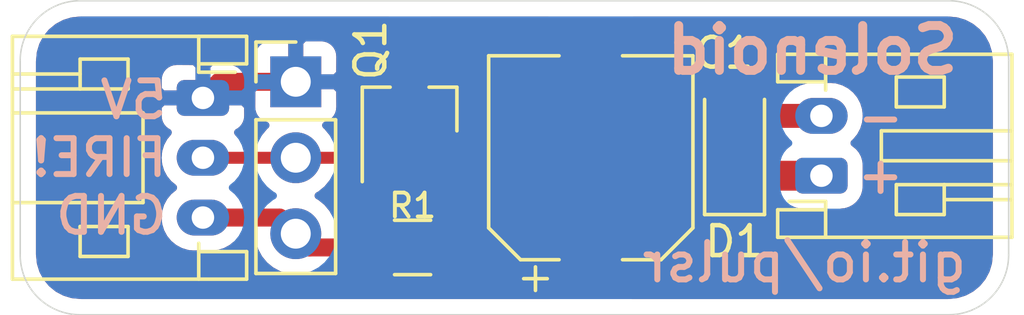
<source format=kicad_pcb>
(kicad_pcb (version 20171130) (host pcbnew "(5.1.2)-2")

  (general
    (thickness 1.6)
    (drawings 12)
    (tracks 26)
    (zones 0)
    (modules 8)
    (nets 6)
  )

  (page A4)
  (layers
    (0 F.Cu signal)
    (31 B.Cu signal)
    (32 B.Adhes user)
    (33 F.Adhes user)
    (34 B.Paste user)
    (35 F.Paste user)
    (36 B.SilkS user)
    (37 F.SilkS user)
    (38 B.Mask user)
    (39 F.Mask user)
    (40 Dwgs.User user)
    (41 Cmts.User user)
    (42 Eco1.User user)
    (43 Eco2.User user)
    (44 Edge.Cuts user)
    (45 Margin user)
    (46 B.CrtYd user hide)
    (47 F.CrtYd user hide)
    (48 B.Fab user hide)
    (49 F.Fab user hide)
  )

  (setup
    (last_trace_width 1)
    (user_trace_width 0.4)
    (user_trace_width 0.6)
    (user_trace_width 0.8)
    (user_trace_width 1)
    (user_trace_width 1.2)
    (trace_clearance 0.2)
    (zone_clearance 0.5)
    (zone_45_only no)
    (trace_min 0.2)
    (via_size 0.8)
    (via_drill 0.4)
    (via_min_size 0.4)
    (via_min_drill 0.3)
    (uvia_size 0.3)
    (uvia_drill 0.1)
    (uvias_allowed no)
    (uvia_min_size 0.2)
    (uvia_min_drill 0.1)
    (edge_width 0.05)
    (segment_width 0.2)
    (pcb_text_width 0.3)
    (pcb_text_size 1.5 1.5)
    (mod_edge_width 0.12)
    (mod_text_size 1 1)
    (mod_text_width 0.15)
    (pad_size 1.524 1.524)
    (pad_drill 0.762)
    (pad_to_mask_clearance 0.051)
    (solder_mask_min_width 0.25)
    (aux_axis_origin 0 0)
    (visible_elements FFFFFF7F)
    (pcbplotparams
      (layerselection 0x010fc_ffffffff)
      (usegerberextensions false)
      (usegerberattributes false)
      (usegerberadvancedattributes false)
      (creategerberjobfile false)
      (excludeedgelayer true)
      (linewidth 0.100000)
      (plotframeref false)
      (viasonmask false)
      (mode 1)
      (useauxorigin false)
      (hpglpennumber 1)
      (hpglpenspeed 20)
      (hpglpendiameter 15.000000)
      (psnegative false)
      (psa4output false)
      (plotreference true)
      (plotvalue true)
      (plotinvisibletext false)
      (padsonsilk false)
      (subtractmaskfromsilk false)
      (outputformat 1)
      (mirror false)
      (drillshape 0)
      (scaleselection 1)
      (outputdirectory "gerbers/"))
  )

  (net 0 "")
  (net 1 "Net-(C1-Pad1)")
  (net 2 GND)
  (net 3 "Net-(D1-Pad2)")
  (net 4 /FIRE!)
  (net 5 +5V)

  (net_class Default "This is the default net class."
    (clearance 0.2)
    (trace_width 0.2)
    (via_dia 0.8)
    (via_drill 0.4)
    (uvia_dia 0.3)
    (uvia_drill 0.1)
    (add_net +5V)
    (add_net /FIRE!)
    (add_net GND)
    (add_net "Net-(C1-Pad1)")
    (add_net "Net-(D1-Pad2)")
  )

  (module graphics:kiwi10mm (layer B.Cu) (tedit 5D64916E) (tstamp 5D76F32D)
    (at 113.55 107 180)
    (descr "Imported from kiwi.svg")
    (tags svg2mod)
    (attr smd)
    (fp_text reference G*** (at 0 0) (layer B.SilkS) hide
      (effects (font (size 1.524 1.524) (thickness 0.3)) (justify mirror))
    )
    (fp_text value LOGO (at 0.75 0) (layer B.SilkS) hide
      (effects (font (size 1.524 1.524) (thickness 0.3)) (justify mirror))
    )
    (fp_poly (pts (xy -3.056169 0.666784) (xy -3.400166 0.943398) (xy -3.24052 0.850114) (xy -3.06164 0.815702)
      (xy -3.056169 0.815702) (xy -2.867142 0.851166) (xy -2.702252 0.949968) (xy -2.571436 1.100728)
      (xy -2.484632 1.292061) (xy -2.451779 1.512586) (xy -2.480272 1.734871) (xy -2.56389 1.928751)
      (xy -2.69276 2.082443) (xy -2.857009 2.184163) (xy -3.046764 2.222125) (xy -3.052062 2.222125)
      (xy -3.230093 2.190241) (xy -3.390076 2.100157) (xy -3.521335 1.960224) (xy -3.613194 1.778792)
      (xy -3.683633 1.728698) (xy -3.754591 1.78033) (xy -3.843432 1.964808) (xy -3.973032 2.107979)
      (xy -4.132671 2.201108) (xy -4.311624 2.23546) (xy -4.317095 2.23546) (xy -4.506121 2.199996)
      (xy -4.671011 2.101193) (xy -4.801828 1.950433) (xy -4.888631 1.7591) (xy -4.921485 1.538575)
      (xy -4.892991 1.316307) (xy -4.809373 1.12246) (xy -4.680503 0.968793) (xy -4.516255 0.867065)
      (xy -4.3265 0.829037) (xy -4.321371 0.829037) (xy -4.143313 0.860979) (xy -3.983272 0.951218)
      (xy -3.851954 1.09137) (xy -3.760066 1.273054) (xy -3.689623 1.323152) (xy -3.688939 1.323152)
      (xy -3.618669 1.271515) (xy -3.529806 1.086787) (xy -3.400166 0.943398) (xy -3.056169 0.666784)
      (xy -3.063351 0.666957) (xy -3.251372 0.696515) (xy -3.423846 0.776998) (xy -3.57311 0.902265)
      (xy -3.691504 1.066178) (xy -3.81209 0.90603) (xy -3.962345 0.784415) (xy -4.134688 0.707168)
      (xy -4.321537 0.680122) (xy -4.328035 0.680292) (xy -4.527199 0.712923) (xy -4.705676 0.800859)
      (xy -4.856341 0.935832) (xy -4.97207 1.109573) (xy -5.04574 1.313814) (xy -5.070226 1.540286)
      (xy -5.041261 1.764999) (xy -4.964104 1.966724) (xy -4.845932 2.137494) (xy -4.693922 2.269339)
      (xy -4.51525 2.35429) (xy -4.317092 2.384378) (xy -4.309909 2.384208) (xy -4.121887 2.354681)
      (xy -3.949413 2.274295) (xy -3.800148 2.149187) (xy -3.681757 1.985499) (xy -3.561176 2.145422)
      (xy -3.410957 2.266877) (xy -3.238715 2.344029) (xy -3.052062 2.371043) (xy -3.045053 2.370873)
      (xy -2.84596 2.338313) (xy -2.667532 2.25042) (xy -2.516896 2.115461) (xy -2.401182 1.941706)
      (xy -2.327517 1.737423) (xy -2.30303 1.510879) (xy -2.332009 1.286178) (xy -2.409193 1.084478)
      (xy -2.527391 0.913734) (xy -2.679413 0.7819) (xy -2.858069 0.696932) (xy -3.056169 0.666784)) (layer B.Mask) (width 0))
    (fp_poly (pts (xy 1.023695 -1.416376) (xy 0.833306 -2.611594) (xy 0.639369 -2.638985) (xy 0.438827 -2.684196)
      (xy 0.246261 -2.753073) (xy 0.076252 -2.85146) (xy -0.056617 -2.985203) (xy -0.137766 -3.160146)
      (xy -0.152613 -3.382135) (xy 0.01687 -3.198359) (xy 0.230152 -3.096756) (xy 0.473682 -3.03468)
      (xy 0.463493 -3.250042) (xy 0.469832 -3.465245) (xy 0.624627 -3.246217) (xy 0.811661 -3.096721)
      (xy 1.023693 -3.024103) (xy 1.226552 -3.017267) (xy 1.357014 -2.975711) (xy 1.32699 -2.894807)
      (xy 1.266968 -2.812559) (xy 1.273089 -2.683577) (xy 1.294782 -2.492894) (xy 1.337041 -2.265192)
      (xy 1.404862 -2.025149) (xy 1.50324 -1.797446) (xy 1.637168 -1.606763) (xy 1.690103 -1.604511)
      (xy 1.824423 -1.613423) (xy 2.003402 -1.657005) (xy 2.190314 -1.758762) (xy 2.348433 -1.942197)
      (xy 2.441032 -2.230816) (xy 2.463178 -2.648284) (xy 2.411944 -2.889244) (xy 2.325013 -3.007246)
      (xy 2.240066 -3.055834) (xy 2.050931 -3.124078) (xy 1.83191 -3.182492) (xy 1.604627 -3.245803)
      (xy 1.390707 -3.328741) (xy 1.211774 -3.446035) (xy 1.089451 -3.612413) (xy 1.295302 -3.56856)
      (xy 1.502987 -3.539224) (xy 1.712228 -3.521041) (xy 1.922751 -3.510652) (xy 1.872566 -3.700414)
      (xy 1.838556 -3.893356) (xy 1.980455 -3.813396) (xy 2.172847 -3.707293) (xy 2.398954 -3.609123)
      (xy 2.641997 -3.552961) (xy 2.863931 -3.55161) (xy 3.004727 -3.5072) (xy 2.928508 -3.403142)
      (xy 2.811233 -3.172184) (xy 2.80516 -2.965538) (xy 2.83317 -2.756541) (xy 2.901138 -2.542843)
      (xy 3.01494 -2.322094) (xy 3.180453 -2.091943) (xy 3.403552 -1.85004) (xy 3.54721 -1.721281)
      (xy 3.698933 -1.601947) (xy 3.855236 -1.485713) (xy 4.012638 -1.366252) (xy 4.167655 -1.237239)
      (xy 4.316804 -1.092348) (xy 4.456602 -0.925254) (xy 4.583566 -0.72963) (xy 4.694213 -0.499151)
      (xy 4.785059 -0.227491) (xy 4.852622 0.091676) (xy 4.898093 0.429197) (xy 4.923521 0.74175)
      (xy 4.929351 1.03105) (xy 4.91603 1.298813) (xy 4.884004 1.546755) (xy 4.833719 1.776592)
      (xy 4.76562 1.99004) (xy 4.680154 2.188815) (xy 4.577767 2.374631) (xy 4.458904 2.549206)
      (xy 4.324011 2.714256) (xy 4.173535 2.871495) (xy 4.001819 3.020261) (xy 3.806131 3.158168)
      (xy 3.590731 3.28491) (xy 3.359878 3.400177) (xy 3.117832 3.503661) (xy 2.868853 3.595053)
      (xy 2.617201 3.674044) (xy 2.367135 3.740327) (xy 2.122916 3.793593) (xy 1.888803 3.833533)
      (xy 1.669056 3.859839) (xy 1.467935 3.872202) (xy 1.222759 3.875074) (xy 0.992034 3.868545)
      (xy 0.771408 3.851047) (xy 0.556528 3.821013) (xy 0.343041 3.776876) (xy 0.126594 3.71707)
      (xy -0.097165 3.640026) (xy -0.33259 3.544179) (xy -0.584033 3.427961) (xy -0.847223 3.282401)
      (xy -1.059345 3.136097) (xy -1.234777 2.996239) (xy -1.387898 2.870016) (xy -1.533086 2.764616)
      (xy -1.684719 2.68723) (xy -1.857176 2.645045) (xy -2.064836 2.645252) (xy -2.368296 2.682667)
      (xy -2.643514 2.700215) (xy -2.891691 2.696979) (xy -3.114027 2.672039) (xy -3.311723 2.624477)
      (xy -3.48598 2.553376) (xy -3.637997 2.457817) (xy -3.768976 2.336881) (xy -3.880116 2.189651)
      (xy -3.69 1.88) (xy -3.197381 2.250717) (xy -2.87 2.28) (xy -2.53 2.02)
      (xy -2.39 1.61) (xy -2.43 1.21) (xy -2.74 0.86) (xy -3.08 0.78)
      (xy -3.3 0.84) (xy -3.49 0.96) (xy -3.71 1.14) (xy -3.88 0.98)
      (xy -4.190672 0.831864) (xy -4.176178 0.650125) (xy -4.137981 0.481113) (xy -4.077277 0.32421)
      (xy -3.995261 0.178796) (xy -3.893128 0.044254) (xy -3.772075 -0.080034) (xy -3.633296 -0.194687)
      (xy -3.477987 -0.300323) (xy -3.307343 -0.39756) (xy -3.12256 -0.487016) (xy -2.924833 -0.56931)
      (xy -2.715357 -0.645059) (xy -2.495329 -0.714882) (xy -2.265943 -0.779398) (xy -2.028395 -0.839224)
      (xy -1.78388 -0.894979) (xy -1.533594 -0.94728) (xy -1.278732 -0.996746) (xy -1.020489 -1.043996)
      (xy -0.760062 -1.089647) (xy -0.498645 -1.134318) (xy -0.237433 -1.178626) (xy 0.022376 -1.223191)
      (xy 0.27959 -1.26863) (xy 0.533011 -1.315562) (xy 0.781444 -1.364605) (xy 1.023695 -1.416376)) (layer B.Mask) (width 0))
    (fp_circle (center -3.21 1.42) (end -3.15 1.42) (layer B.Mask) (width 0.3))
    (fp_circle (center -4.18 1.41) (end -4.12 1.41) (layer B.Mask) (width 0.3))
  )

  (module Capacitor_SMD:CP_Elec_6.3x5.4 (layer F.Cu) (tedit 5BCA39D0) (tstamp 5D76F362)
    (at 114.85 106.5 90)
    (descr "SMD capacitor, aluminum electrolytic, Panasonic C55, 6.3x5.4mm")
    (tags "capacitor electrolytic")
    (path /5D78C611)
    (attr smd)
    (fp_text reference C1 (at 3.5 4.45 180) (layer F.SilkS)
      (effects (font (size 1 1) (thickness 0.15)))
    )
    (fp_text value 220uF (at 0 4.35 90) (layer F.Fab)
      (effects (font (size 1 1) (thickness 0.15)))
    )
    (fp_circle (center 0 0) (end 3.15 0) (layer F.Fab) (width 0.1))
    (fp_line (start 3.3 -3.3) (end 3.3 3.3) (layer F.Fab) (width 0.1))
    (fp_line (start -2.3 -3.3) (end 3.3 -3.3) (layer F.Fab) (width 0.1))
    (fp_line (start -2.3 3.3) (end 3.3 3.3) (layer F.Fab) (width 0.1))
    (fp_line (start -3.3 -2.3) (end -3.3 2.3) (layer F.Fab) (width 0.1))
    (fp_line (start -3.3 -2.3) (end -2.3 -3.3) (layer F.Fab) (width 0.1))
    (fp_line (start -3.3 2.3) (end -2.3 3.3) (layer F.Fab) (width 0.1))
    (fp_line (start -2.704838 -1.33) (end -2.074838 -1.33) (layer F.Fab) (width 0.1))
    (fp_line (start -2.389838 -1.645) (end -2.389838 -1.015) (layer F.Fab) (width 0.1))
    (fp_line (start 3.41 3.41) (end 3.41 1.06) (layer F.SilkS) (width 0.12))
    (fp_line (start 3.41 -3.41) (end 3.41 -1.06) (layer F.SilkS) (width 0.12))
    (fp_line (start -2.345563 -3.41) (end 3.41 -3.41) (layer F.SilkS) (width 0.12))
    (fp_line (start -2.345563 3.41) (end 3.41 3.41) (layer F.SilkS) (width 0.12))
    (fp_line (start -3.41 2.345563) (end -3.41 1.06) (layer F.SilkS) (width 0.12))
    (fp_line (start -3.41 -2.345563) (end -3.41 -1.06) (layer F.SilkS) (width 0.12))
    (fp_line (start -3.41 -2.345563) (end -2.345563 -3.41) (layer F.SilkS) (width 0.12))
    (fp_line (start -3.41 2.345563) (end -2.345563 3.41) (layer F.SilkS) (width 0.12))
    (fp_line (start -4.4375 -1.8475) (end -3.65 -1.8475) (layer F.SilkS) (width 0.12))
    (fp_line (start -4.04375 -2.24125) (end -4.04375 -1.45375) (layer F.SilkS) (width 0.12))
    (fp_line (start 3.55 -3.55) (end 3.55 -1.05) (layer F.CrtYd) (width 0.05))
    (fp_line (start 3.55 -1.05) (end 4.8 -1.05) (layer F.CrtYd) (width 0.05))
    (fp_line (start 4.8 -1.05) (end 4.8 1.05) (layer F.CrtYd) (width 0.05))
    (fp_line (start 4.8 1.05) (end 3.55 1.05) (layer F.CrtYd) (width 0.05))
    (fp_line (start 3.55 1.05) (end 3.55 3.55) (layer F.CrtYd) (width 0.05))
    (fp_line (start -2.4 3.55) (end 3.55 3.55) (layer F.CrtYd) (width 0.05))
    (fp_line (start -2.4 -3.55) (end 3.55 -3.55) (layer F.CrtYd) (width 0.05))
    (fp_line (start -3.55 2.4) (end -2.4 3.55) (layer F.CrtYd) (width 0.05))
    (fp_line (start -3.55 -2.4) (end -2.4 -3.55) (layer F.CrtYd) (width 0.05))
    (fp_line (start -3.55 -2.4) (end -3.55 -1.05) (layer F.CrtYd) (width 0.05))
    (fp_line (start -3.55 1.05) (end -3.55 2.4) (layer F.CrtYd) (width 0.05))
    (fp_line (start -3.55 -1.05) (end -4.8 -1.05) (layer F.CrtYd) (width 0.05))
    (fp_line (start -4.8 -1.05) (end -4.8 1.05) (layer F.CrtYd) (width 0.05))
    (fp_line (start -4.8 1.05) (end -3.55 1.05) (layer F.CrtYd) (width 0.05))
    (fp_text user %R (at 0 0 90) (layer F.Fab)
      (effects (font (size 1 1) (thickness 0.15)))
    )
    (pad 1 smd roundrect (at -2.8 0 90) (size 3.5 1.6) (layers F.Cu F.Paste F.Mask) (roundrect_rratio 0.15625)
      (net 1 "Net-(C1-Pad1)"))
    (pad 2 smd roundrect (at 2.8 0 90) (size 3.5 1.6) (layers F.Cu F.Paste F.Mask) (roundrect_rratio 0.15625)
      (net 2 GND))
    (model ${KISYS3DMOD}/Capacitor_SMD.3dshapes/CP_Elec_6.3x5.4.wrl
      (at (xyz 0 0 0))
      (scale (xyz 1 1 1))
      (rotate (xyz 0 0 0))
    )
  )

  (module Diode_SMD:D_SOD-123F (layer F.Cu) (tedit 587F7769) (tstamp 5D76F452)
    (at 119.65 106.2 90)
    (descr D_SOD-123F)
    (tags D_SOD-123F)
    (path /5D77CF7E)
    (attr smd)
    (fp_text reference D1 (at -3.1 0) (layer F.SilkS)
      (effects (font (size 1 1) (thickness 0.15)))
    )
    (fp_text value 1N4007L (at 0 2.1 90) (layer F.Fab)
      (effects (font (size 1 1) (thickness 0.15)))
    )
    (fp_text user %R (at -0.127 -1.905 90) (layer F.Fab)
      (effects (font (size 1 1) (thickness 0.15)))
    )
    (fp_line (start -2.2 -1) (end -2.2 1) (layer F.SilkS) (width 0.12))
    (fp_line (start 0.25 0) (end 0.75 0) (layer F.Fab) (width 0.1))
    (fp_line (start 0.25 0.4) (end -0.35 0) (layer F.Fab) (width 0.1))
    (fp_line (start 0.25 -0.4) (end 0.25 0.4) (layer F.Fab) (width 0.1))
    (fp_line (start -0.35 0) (end 0.25 -0.4) (layer F.Fab) (width 0.1))
    (fp_line (start -0.35 0) (end -0.35 0.55) (layer F.Fab) (width 0.1))
    (fp_line (start -0.35 0) (end -0.35 -0.55) (layer F.Fab) (width 0.1))
    (fp_line (start -0.75 0) (end -0.35 0) (layer F.Fab) (width 0.1))
    (fp_line (start -1.4 0.9) (end -1.4 -0.9) (layer F.Fab) (width 0.1))
    (fp_line (start 1.4 0.9) (end -1.4 0.9) (layer F.Fab) (width 0.1))
    (fp_line (start 1.4 -0.9) (end 1.4 0.9) (layer F.Fab) (width 0.1))
    (fp_line (start -1.4 -0.9) (end 1.4 -0.9) (layer F.Fab) (width 0.1))
    (fp_line (start -2.2 -1.15) (end 2.2 -1.15) (layer F.CrtYd) (width 0.05))
    (fp_line (start 2.2 -1.15) (end 2.2 1.15) (layer F.CrtYd) (width 0.05))
    (fp_line (start 2.2 1.15) (end -2.2 1.15) (layer F.CrtYd) (width 0.05))
    (fp_line (start -2.2 -1.15) (end -2.2 1.15) (layer F.CrtYd) (width 0.05))
    (fp_line (start -2.2 1) (end 1.65 1) (layer F.SilkS) (width 0.12))
    (fp_line (start -2.2 -1) (end 1.65 -1) (layer F.SilkS) (width 0.12))
    (pad 1 smd rect (at -1.4 0 90) (size 1.1 1.1) (layers F.Cu F.Paste F.Mask)
      (net 1 "Net-(C1-Pad1)"))
    (pad 2 smd rect (at 1.4 0 90) (size 1.1 1.1) (layers F.Cu F.Paste F.Mask)
      (net 3 "Net-(D1-Pad2)"))
    (model ${KISYS3DMOD}/Diode_SMD.3dshapes/D_SOD-123F.wrl
      (at (xyz 0 0 0))
      (scale (xyz 1 1 1))
      (rotate (xyz 0 0 0))
    )
  )

  (module Connector_JST:JST_PH_S3B-PH-K_1x03_P2.00mm_Horizontal (layer F.Cu) (tedit 5B7745C6) (tstamp 5D76CE8B)
    (at 101.9 104.5 270)
    (descr "JST PH series connector, S3B-PH-K (http://www.jst-mfg.com/product/pdf/eng/ePH.pdf), generated with kicad-footprint-generator")
    (tags "connector JST PH top entry")
    (path /5D79CF3B)
    (fp_text reference J1 (at -3.1 -1.1 180) (layer F.SilkS) hide
      (effects (font (size 1 1) (thickness 0.15)))
    )
    (fp_text value JST_PH (at 2 7.45 90) (layer F.Fab)
      (effects (font (size 1 1) (thickness 0.15)))
    )
    (fp_line (start -0.86 0.14) (end -1.14 0.14) (layer F.SilkS) (width 0.12))
    (fp_line (start -1.14 0.14) (end -1.14 -1.46) (layer F.SilkS) (width 0.12))
    (fp_line (start -1.14 -1.46) (end -2.06 -1.46) (layer F.SilkS) (width 0.12))
    (fp_line (start -2.06 -1.46) (end -2.06 6.36) (layer F.SilkS) (width 0.12))
    (fp_line (start -2.06 6.36) (end 6.06 6.36) (layer F.SilkS) (width 0.12))
    (fp_line (start 6.06 6.36) (end 6.06 -1.46) (layer F.SilkS) (width 0.12))
    (fp_line (start 6.06 -1.46) (end 5.14 -1.46) (layer F.SilkS) (width 0.12))
    (fp_line (start 5.14 -1.46) (end 5.14 0.14) (layer F.SilkS) (width 0.12))
    (fp_line (start 5.14 0.14) (end 4.86 0.14) (layer F.SilkS) (width 0.12))
    (fp_line (start 0.5 6.36) (end 0.5 2) (layer F.SilkS) (width 0.12))
    (fp_line (start 0.5 2) (end 3.5 2) (layer F.SilkS) (width 0.12))
    (fp_line (start 3.5 2) (end 3.5 6.36) (layer F.SilkS) (width 0.12))
    (fp_line (start -2.06 0.14) (end -1.14 0.14) (layer F.SilkS) (width 0.12))
    (fp_line (start 6.06 0.14) (end 5.14 0.14) (layer F.SilkS) (width 0.12))
    (fp_line (start -1.3 2.5) (end -1.3 4.1) (layer F.SilkS) (width 0.12))
    (fp_line (start -1.3 4.1) (end -0.3 4.1) (layer F.SilkS) (width 0.12))
    (fp_line (start -0.3 4.1) (end -0.3 2.5) (layer F.SilkS) (width 0.12))
    (fp_line (start -0.3 2.5) (end -1.3 2.5) (layer F.SilkS) (width 0.12))
    (fp_line (start 5.3 2.5) (end 5.3 4.1) (layer F.SilkS) (width 0.12))
    (fp_line (start 5.3 4.1) (end 4.3 4.1) (layer F.SilkS) (width 0.12))
    (fp_line (start 4.3 4.1) (end 4.3 2.5) (layer F.SilkS) (width 0.12))
    (fp_line (start 4.3 2.5) (end 5.3 2.5) (layer F.SilkS) (width 0.12))
    (fp_line (start -0.3 4.1) (end -0.3 6.36) (layer F.SilkS) (width 0.12))
    (fp_line (start -0.8 4.1) (end -0.8 6.36) (layer F.SilkS) (width 0.12))
    (fp_line (start -2.45 -1.85) (end -2.45 6.75) (layer F.CrtYd) (width 0.05))
    (fp_line (start -2.45 6.75) (end 6.45 6.75) (layer F.CrtYd) (width 0.05))
    (fp_line (start 6.45 6.75) (end 6.45 -1.85) (layer F.CrtYd) (width 0.05))
    (fp_line (start 6.45 -1.85) (end -2.45 -1.85) (layer F.CrtYd) (width 0.05))
    (fp_line (start -1.25 0.25) (end -1.25 -1.35) (layer F.Fab) (width 0.1))
    (fp_line (start -1.25 -1.35) (end -1.95 -1.35) (layer F.Fab) (width 0.1))
    (fp_line (start -1.95 -1.35) (end -1.95 6.25) (layer F.Fab) (width 0.1))
    (fp_line (start -1.95 6.25) (end 5.95 6.25) (layer F.Fab) (width 0.1))
    (fp_line (start 5.95 6.25) (end 5.95 -1.35) (layer F.Fab) (width 0.1))
    (fp_line (start 5.95 -1.35) (end 5.25 -1.35) (layer F.Fab) (width 0.1))
    (fp_line (start 5.25 -1.35) (end 5.25 0.25) (layer F.Fab) (width 0.1))
    (fp_line (start 5.25 0.25) (end -1.25 0.25) (layer F.Fab) (width 0.1))
    (fp_line (start -0.86 0.14) (end -0.86 -1.075) (layer F.SilkS) (width 0.12))
    (fp_line (start 0 0.875) (end -0.5 1.375) (layer F.Fab) (width 0.1))
    (fp_line (start -0.5 1.375) (end 0.5 1.375) (layer F.Fab) (width 0.1))
    (fp_line (start 0.5 1.375) (end 0 0.875) (layer F.Fab) (width 0.1))
    (fp_text user %R (at 2 2.5 90) (layer F.Fab)
      (effects (font (size 1 1) (thickness 0.15)))
    )
    (pad 1 thru_hole roundrect (at 0 0 270) (size 1.2 1.75) (drill 0.75) (layers *.Cu *.Mask) (roundrect_rratio 0.208333)
      (net 2 GND))
    (pad 2 thru_hole oval (at 2 0 270) (size 1.2 1.75) (drill 0.75) (layers *.Cu *.Mask)
      (net 4 /FIRE!))
    (pad 3 thru_hole oval (at 4 0 270) (size 1.2 1.75) (drill 0.75) (layers *.Cu *.Mask)
      (net 5 +5V))
    (model ${KISYS3DMOD}/Connector_JST.3dshapes/JST_PH_S3B-PH-K_1x03_P2.00mm_Horizontal.wrl
      (at (xyz 0 0 0))
      (scale (xyz 1 1 1))
      (rotate (xyz 0 0 0))
    )
  )

  (module Connector_JST:JST_PH_S2B-PH-K_1x02_P2.00mm_Horizontal (layer F.Cu) (tedit 5B7745C6) (tstamp 5D76F3DE)
    (at 122.55 107.1 90)
    (descr "JST PH series connector, S2B-PH-K (http://www.jst-mfg.com/product/pdf/eng/ePH.pdf), generated with kicad-footprint-generator")
    (tags "connector JST PH top entry")
    (path /5D77AE0B)
    (fp_text reference L1 (at 1 -2.55 90) (layer F.SilkS) hide
      (effects (font (size 1 1) (thickness 0.15)))
    )
    (fp_text value solenoid (at 1 7.45 90) (layer F.Fab)
      (effects (font (size 1 1) (thickness 0.15)))
    )
    (fp_line (start -0.86 0.14) (end -1.14 0.14) (layer F.SilkS) (width 0.12))
    (fp_line (start -1.14 0.14) (end -1.14 -1.46) (layer F.SilkS) (width 0.12))
    (fp_line (start -1.14 -1.46) (end -2.06 -1.46) (layer F.SilkS) (width 0.12))
    (fp_line (start -2.06 -1.46) (end -2.06 6.36) (layer F.SilkS) (width 0.12))
    (fp_line (start -2.06 6.36) (end 4.06 6.36) (layer F.SilkS) (width 0.12))
    (fp_line (start 4.06 6.36) (end 4.06 -1.46) (layer F.SilkS) (width 0.12))
    (fp_line (start 4.06 -1.46) (end 3.14 -1.46) (layer F.SilkS) (width 0.12))
    (fp_line (start 3.14 -1.46) (end 3.14 0.14) (layer F.SilkS) (width 0.12))
    (fp_line (start 3.14 0.14) (end 2.86 0.14) (layer F.SilkS) (width 0.12))
    (fp_line (start 0.5 6.36) (end 0.5 2) (layer F.SilkS) (width 0.12))
    (fp_line (start 0.5 2) (end 1.5 2) (layer F.SilkS) (width 0.12))
    (fp_line (start 1.5 2) (end 1.5 6.36) (layer F.SilkS) (width 0.12))
    (fp_line (start -2.06 0.14) (end -1.14 0.14) (layer F.SilkS) (width 0.12))
    (fp_line (start 4.06 0.14) (end 3.14 0.14) (layer F.SilkS) (width 0.12))
    (fp_line (start -1.3 2.5) (end -1.3 4.1) (layer F.SilkS) (width 0.12))
    (fp_line (start -1.3 4.1) (end -0.3 4.1) (layer F.SilkS) (width 0.12))
    (fp_line (start -0.3 4.1) (end -0.3 2.5) (layer F.SilkS) (width 0.12))
    (fp_line (start -0.3 2.5) (end -1.3 2.5) (layer F.SilkS) (width 0.12))
    (fp_line (start 3.3 2.5) (end 3.3 4.1) (layer F.SilkS) (width 0.12))
    (fp_line (start 3.3 4.1) (end 2.3 4.1) (layer F.SilkS) (width 0.12))
    (fp_line (start 2.3 4.1) (end 2.3 2.5) (layer F.SilkS) (width 0.12))
    (fp_line (start 2.3 2.5) (end 3.3 2.5) (layer F.SilkS) (width 0.12))
    (fp_line (start -0.3 4.1) (end -0.3 6.36) (layer F.SilkS) (width 0.12))
    (fp_line (start -0.8 4.1) (end -0.8 6.36) (layer F.SilkS) (width 0.12))
    (fp_line (start -2.45 -1.85) (end -2.45 6.75) (layer F.CrtYd) (width 0.05))
    (fp_line (start -2.45 6.75) (end 4.45 6.75) (layer F.CrtYd) (width 0.05))
    (fp_line (start 4.45 6.75) (end 4.45 -1.85) (layer F.CrtYd) (width 0.05))
    (fp_line (start 4.45 -1.85) (end -2.45 -1.85) (layer F.CrtYd) (width 0.05))
    (fp_line (start -1.25 0.25) (end -1.25 -1.35) (layer F.Fab) (width 0.1))
    (fp_line (start -1.25 -1.35) (end -1.95 -1.35) (layer F.Fab) (width 0.1))
    (fp_line (start -1.95 -1.35) (end -1.95 6.25) (layer F.Fab) (width 0.1))
    (fp_line (start -1.95 6.25) (end 3.95 6.25) (layer F.Fab) (width 0.1))
    (fp_line (start 3.95 6.25) (end 3.95 -1.35) (layer F.Fab) (width 0.1))
    (fp_line (start 3.95 -1.35) (end 3.25 -1.35) (layer F.Fab) (width 0.1))
    (fp_line (start 3.25 -1.35) (end 3.25 0.25) (layer F.Fab) (width 0.1))
    (fp_line (start 3.25 0.25) (end -1.25 0.25) (layer F.Fab) (width 0.1))
    (fp_line (start -0.86 0.14) (end -0.86 -1.075) (layer F.SilkS) (width 0.12))
    (fp_line (start 0 0.875) (end -0.5 1.375) (layer F.Fab) (width 0.1))
    (fp_line (start -0.5 1.375) (end 0.5 1.375) (layer F.Fab) (width 0.1))
    (fp_line (start 0.5 1.375) (end 0 0.875) (layer F.Fab) (width 0.1))
    (fp_text user %R (at 1 2.5 90) (layer F.Fab)
      (effects (font (size 1 1) (thickness 0.15)))
    )
    (pad 1 thru_hole roundrect (at 0 0 90) (size 1.2 1.75) (drill 0.75) (layers *.Cu *.Mask) (roundrect_rratio 0.208333)
      (net 1 "Net-(C1-Pad1)"))
    (pad 2 thru_hole oval (at 2 0 90) (size 1.2 1.75) (drill 0.75) (layers *.Cu *.Mask)
      (net 3 "Net-(D1-Pad2)"))
    (model ${KISYS3DMOD}/Connector_JST.3dshapes/JST_PH_S2B-PH-K_1x02_P2.00mm_Horizontal.wrl
      (at (xyz 0 0 0))
      (scale (xyz 1 1 1))
      (rotate (xyz 0 0 0))
    )
  )

  (module Package_TO_SOT_SMD:SOT-23_Handsoldering (layer F.Cu) (tedit 5A0AB76C) (tstamp 5D76EE67)
    (at 108.8 104.9 90)
    (descr "SOT-23, Handsoldering")
    (tags SOT-23)
    (path /5D7821F6)
    (attr smd)
    (fp_text reference Q1 (at 2 -1.3 270) (layer F.SilkS)
      (effects (font (size 1 1) (thickness 0.15)))
    )
    (fp_text value FDN339AN (at 0 2.5 90) (layer F.Fab)
      (effects (font (size 1 1) (thickness 0.15)))
    )
    (fp_text user %R (at 0 0) (layer F.Fab)
      (effects (font (size 0.5 0.5) (thickness 0.075)))
    )
    (fp_line (start 0.76 1.58) (end 0.76 0.65) (layer F.SilkS) (width 0.12))
    (fp_line (start 0.76 -1.58) (end 0.76 -0.65) (layer F.SilkS) (width 0.12))
    (fp_line (start -2.7 -1.75) (end 2.7 -1.75) (layer F.CrtYd) (width 0.05))
    (fp_line (start 2.7 -1.75) (end 2.7 1.75) (layer F.CrtYd) (width 0.05))
    (fp_line (start 2.7 1.75) (end -2.7 1.75) (layer F.CrtYd) (width 0.05))
    (fp_line (start -2.7 1.75) (end -2.7 -1.75) (layer F.CrtYd) (width 0.05))
    (fp_line (start 0.76 -1.58) (end -2.4 -1.58) (layer F.SilkS) (width 0.12))
    (fp_line (start -0.7 -0.95) (end -0.7 1.5) (layer F.Fab) (width 0.1))
    (fp_line (start -0.15 -1.52) (end 0.7 -1.52) (layer F.Fab) (width 0.1))
    (fp_line (start -0.7 -0.95) (end -0.15 -1.52) (layer F.Fab) (width 0.1))
    (fp_line (start 0.7 -1.52) (end 0.7 1.52) (layer F.Fab) (width 0.1))
    (fp_line (start -0.7 1.52) (end 0.7 1.52) (layer F.Fab) (width 0.1))
    (fp_line (start 0.76 1.58) (end -0.7 1.58) (layer F.SilkS) (width 0.12))
    (pad 1 smd rect (at -1.5 -0.95 90) (size 1.9 0.8) (layers F.Cu F.Paste F.Mask)
      (net 4 /FIRE!))
    (pad 2 smd rect (at -1.5 0.95 90) (size 1.9 0.8) (layers F.Cu F.Paste F.Mask)
      (net 3 "Net-(D1-Pad2)"))
    (pad 3 smd rect (at 1.5 0 90) (size 1.9 0.8) (layers F.Cu F.Paste F.Mask)
      (net 2 GND))
    (model ${KISYS3DMOD}/Package_TO_SOT_SMD.3dshapes/SOT-23.wrl
      (at (xyz 0 0 0))
      (scale (xyz 1 1 1))
      (rotate (xyz 0 0 0))
    )
  )

  (module Connector_PinHeader_2.54mm:PinHeader_1x03_P2.54mm_Vertical (layer F.Cu) (tedit 59FED5CC) (tstamp 5D76D8CB)
    (at 105 103.96)
    (descr "Through hole straight pin header, 1x03, 2.54mm pitch, single row")
    (tags "Through hole pin header THT 1x03 2.54mm single row")
    (path /5D7A4BD6)
    (fp_text reference J2 (at -0.125001 -2.625001) (layer F.SilkS) hide
      (effects (font (size 1 1) (thickness 0.15)))
    )
    (fp_text value "0.1\" header" (at 0 7.41) (layer F.Fab)
      (effects (font (size 1 1) (thickness 0.15)))
    )
    (fp_line (start -0.635 -1.27) (end 1.27 -1.27) (layer F.Fab) (width 0.1))
    (fp_line (start 1.27 -1.27) (end 1.27 6.35) (layer F.Fab) (width 0.1))
    (fp_line (start 1.27 6.35) (end -1.27 6.35) (layer F.Fab) (width 0.1))
    (fp_line (start -1.27 6.35) (end -1.27 -0.635) (layer F.Fab) (width 0.1))
    (fp_line (start -1.27 -0.635) (end -0.635 -1.27) (layer F.Fab) (width 0.1))
    (fp_line (start -1.33 6.41) (end 1.33 6.41) (layer F.SilkS) (width 0.12))
    (fp_line (start -1.33 1.27) (end -1.33 6.41) (layer F.SilkS) (width 0.12))
    (fp_line (start 1.33 1.27) (end 1.33 6.41) (layer F.SilkS) (width 0.12))
    (fp_line (start -1.33 1.27) (end 1.33 1.27) (layer F.SilkS) (width 0.12))
    (fp_line (start -1.33 0) (end -1.33 -1.33) (layer F.SilkS) (width 0.12))
    (fp_line (start -1.33 -1.33) (end 0 -1.33) (layer F.SilkS) (width 0.12))
    (fp_line (start -1.8 -1.8) (end -1.8 6.85) (layer F.CrtYd) (width 0.05))
    (fp_line (start -1.8 6.85) (end 1.8 6.85) (layer F.CrtYd) (width 0.05))
    (fp_line (start 1.8 6.85) (end 1.8 -1.8) (layer F.CrtYd) (width 0.05))
    (fp_line (start 1.8 -1.8) (end -1.8 -1.8) (layer F.CrtYd) (width 0.05))
    (fp_text user %R (at 0 2.54 90) (layer F.Fab)
      (effects (font (size 1 1) (thickness 0.15)))
    )
    (pad 1 thru_hole rect (at 0 0) (size 1.7 1.7) (drill 1) (layers *.Cu *.Mask)
      (net 2 GND))
    (pad 2 thru_hole oval (at 0 2.54) (size 1.7 1.7) (drill 1) (layers *.Cu *.Mask)
      (net 4 /FIRE!))
    (pad 3 thru_hole oval (at 0 5.08) (size 1.7 1.7) (drill 1) (layers *.Cu *.Mask)
      (net 5 +5V))
    (model ${KISYS3DMOD}/Connector_PinHeader_2.54mm.3dshapes/PinHeader_1x03_P2.54mm_Vertical.wrl
      (at (xyz 0 0 0))
      (scale (xyz 1 1 1))
      (rotate (xyz 0 0 0))
    )
  )

  (module Resistor_SMD:R_1206_3216Metric_Pad1.42x1.75mm_HandSolder (layer F.Cu) (tedit 5B301BBD) (tstamp 5D76F079)
    (at 108.9 109.5 180)
    (descr "Resistor SMD 1206 (3216 Metric), square (rectangular) end terminal, IPC_7351 nominal with elongated pad for handsoldering. (Body size source: http://www.tortai-tech.com/upload/download/2011102023233369053.pdf), generated with kicad-footprint-generator")
    (tags "resistor handsolder")
    (path /5D78A0D3)
    (attr smd)
    (fp_text reference R1 (at 0 1.4) (layer F.SilkS)
      (effects (font (size 0.8 0.8) (thickness 0.13)))
    )
    (fp_text value 22R (at 0 1.82) (layer F.Fab)
      (effects (font (size 1 1) (thickness 0.15)))
    )
    (fp_line (start -1.6 0.8) (end -1.6 -0.8) (layer F.Fab) (width 0.1))
    (fp_line (start -1.6 -0.8) (end 1.6 -0.8) (layer F.Fab) (width 0.1))
    (fp_line (start 1.6 -0.8) (end 1.6 0.8) (layer F.Fab) (width 0.1))
    (fp_line (start 1.6 0.8) (end -1.6 0.8) (layer F.Fab) (width 0.1))
    (fp_line (start -0.602064 -0.91) (end 0.602064 -0.91) (layer F.SilkS) (width 0.12))
    (fp_line (start -0.602064 0.91) (end 0.602064 0.91) (layer F.SilkS) (width 0.12))
    (fp_line (start -2.45 1.12) (end -2.45 -1.12) (layer F.CrtYd) (width 0.05))
    (fp_line (start -2.45 -1.12) (end 2.45 -1.12) (layer F.CrtYd) (width 0.05))
    (fp_line (start 2.45 -1.12) (end 2.45 1.12) (layer F.CrtYd) (width 0.05))
    (fp_line (start 2.45 1.12) (end -2.45 1.12) (layer F.CrtYd) (width 0.05))
    (fp_text user %R (at 0 0) (layer F.Fab)
      (effects (font (size 0.8 0.8) (thickness 0.12)))
    )
    (pad 1 smd roundrect (at -1.4875 0 180) (size 1.425 1.75) (layers F.Cu F.Paste F.Mask) (roundrect_rratio 0.175439)
      (net 1 "Net-(C1-Pad1)"))
    (pad 2 smd roundrect (at 1.4875 0 180) (size 1.425 1.75) (layers F.Cu F.Paste F.Mask) (roundrect_rratio 0.175439)
      (net 5 +5V))
    (model ${KISYS3DMOD}/Resistor_SMD.3dshapes/R_1206_3216Metric.wrl
      (at (xyz 0 0 0))
      (scale (xyz 1 1 1))
      (rotate (xyz 0 0 0))
    )
  )

  (gr_text git.io/pulsr (at 127.5 110) (layer B.SilkS)
    (effects (font (size 1.25 1.25) (thickness 0.2)) (justify left mirror))
  )
  (gr_text Solenoid (at 122.25 102.9) (layer B.SilkS) (tstamp 5D76F483)
    (effects (font (size 1.5 1.5) (thickness 0.3)) (justify mirror))
  )
  (gr_text "-\n+" (at 123.65 106.1) (layer B.SilkS) (tstamp 5D76F306)
    (effects (font (size 1.2 1.2) (thickness 0.2)) (justify right mirror))
  )
  (gr_arc (start 126.8 103.25) (end 128.8 103.25) (angle -90) (layer Edge.Cuts) (width 0.05) (tstamp 5D76F486))
  (gr_arc (start 126.8 109.75) (end 126.8 111.75) (angle -90) (layer Edge.Cuts) (width 0.05) (tstamp 5D76F489))
  (gr_arc (start 97.8 109.75) (end 95.8 109.75) (angle -90) (layer Edge.Cuts) (width 0.05) (tstamp 5D76E845))
  (gr_arc (start 97.8 103.25) (end 97.8 101.25) (angle -90) (layer Edge.Cuts) (width 0.05))
  (gr_text "5V\nFIRE!\nGND" (at 100.8 106.5) (layer B.SilkS)
    (effects (font (size 1.2 1.2) (thickness 0.2)) (justify left mirror))
  )
  (gr_line (start 126.8 101.25) (end 97.8 101.25) (layer Edge.Cuts) (width 0.05) (tstamp 5D76F300))
  (gr_line (start 128.8 109.75) (end 128.8 103.25) (layer Edge.Cuts) (width 0.05) (tstamp 5D76F303))
  (gr_line (start 97.8 111.75) (end 126.8 111.75) (layer Edge.Cuts) (width 0.05) (tstamp 5D76F2FD))
  (gr_line (start 95.8 103.25) (end 95.8 109.75) (layer Edge.Cuts) (width 0.05))

  (segment (start 114.85 109.3) (end 113.35 109.3) (width 0.6) (layer F.Cu) (net 1) (tstamp 5D76F2F4))
  (segment (start 117.95 109.3) (end 119.65 107.6) (width 1) (layer F.Cu) (net 1) (tstamp 5D76F2F1))
  (segment (start 114.85 109.3) (end 117.95 109.3) (width 1) (layer F.Cu) (net 1) (tstamp 5D76F2EE))
  (segment (start 120.15 107.1) (end 119.65 107.6) (width 1) (layer F.Cu) (net 1) (tstamp 5D76F321))
  (segment (start 122.55 107.1) (end 120.15 107.1) (width 1) (layer F.Cu) (net 1) (tstamp 5D76F324))
  (segment (start 110.5875 109.3) (end 110.3875 109.5) (width 0.6) (layer F.Cu) (net 1))
  (segment (start 114.85 109.3) (end 110.5875 109.3) (width 0.6) (layer F.Cu) (net 1))
  (segment (start 102.44 103.96) (end 101.9 104.5) (width 0.6) (layer F.Cu) (net 2))
  (segment (start 105 103.96) (end 102.44 103.96) (width 0.6) (layer F.Cu) (net 2))
  (segment (start 114.55 104) (end 114.85 103.7) (width 0.8) (layer F.Cu) (net 2) (tstamp 5D76F309))
  (segment (start 114.85 103.7) (end 108.9 103.7) (width 1) (layer F.Cu) (net 2))
  (segment (start 120.75 104.975) (end 120.75 104.8) (width 0.8) (layer F.Cu) (net 3) (tstamp 5D76F315))
  (segment (start 120.875 105.1) (end 120.75 104.975) (width 0.8) (layer F.Cu) (net 3) (tstamp 5D76F312))
  (segment (start 122.55 105.1) (end 120.875 105.1) (width 0.8) (layer F.Cu) (net 3) (tstamp 5D76F30F))
  (segment (start 120.75 104.8) (end 119.65 104.8) (width 0.8) (layer F.Cu) (net 3) (tstamp 5D76F31E))
  (segment (start 118.1 104.8) (end 116.4 106.5) (width 1) (layer F.Cu) (net 3) (tstamp 5D76F31B))
  (segment (start 119.65 104.8) (end 118.1 104.8) (width 1) (layer F.Cu) (net 3) (tstamp 5D76F318))
  (segment (start 116.4 106.5) (end 112.2 106.5) (width 1) (layer F.Cu) (net 3) (tstamp 5D76F30C))
  (segment (start 112.2 106.5) (end 109.9 106.5) (width 1) (layer F.Cu) (net 3))
  (segment (start 101.9 106.5) (end 105 106.5) (width 0.4) (layer F.Cu) (net 4))
  (segment (start 107.75 106.5) (end 107.85 106.4) (width 0.4) (layer F.Cu) (net 4))
  (segment (start 105 106.5) (end 107.75 106.5) (width 0.4) (layer F.Cu) (net 4))
  (segment (start 104.46 108.5) (end 105 109.04) (width 0.6) (layer F.Cu) (net 5))
  (segment (start 101.9 108.5) (end 104.46 108.5) (width 0.6) (layer F.Cu) (net 5))
  (segment (start 105.46 109.5) (end 105 109.04) (width 0.6) (layer F.Cu) (net 5))
  (segment (start 107.4125 109.5) (end 105.46 109.5) (width 0.6) (layer F.Cu) (net 5))

  (zone (net 2) (net_name GND) (layer B.Cu) (tstamp 5D76F2FA) (hatch edge 0.508)
    (connect_pads (clearance 0.5))
    (min_thickness 0.25)
    (fill yes (arc_segments 32) (thermal_gap 0.5) (thermal_bridge_width 0.5))
    (polygon
      (pts
        (xy 95.75 101.25) (xy 128.8 101.25) (xy 128.8 111.75) (xy 95.75 111.75)
      )
    )
    (filled_polygon
      (pts
        (xy 127.061611 101.928769) (xy 127.313258 102.004745) (xy 127.545353 102.128152) (xy 127.74906 102.294292) (xy 127.916616 102.496832)
        (xy 128.041641 102.728062) (xy 128.119373 102.979172) (xy 128.150001 103.270576) (xy 128.15 109.718207) (xy 128.121231 110.011612)
        (xy 128.045255 110.263256) (xy 127.921846 110.495354) (xy 127.755709 110.699058) (xy 127.553168 110.866616) (xy 127.321938 110.991641)
        (xy 127.070828 111.069373) (xy 126.779433 111.1) (xy 97.831793 111.1) (xy 97.538388 111.071231) (xy 97.286744 110.995255)
        (xy 97.054646 110.871846) (xy 96.850942 110.705709) (xy 96.683384 110.503168) (xy 96.558359 110.271938) (xy 96.480627 110.020828)
        (xy 96.45 109.729433) (xy 96.45 106.5) (xy 100.394073 106.5) (xy 100.417725 106.740142) (xy 100.487772 106.971055)
        (xy 100.601522 107.183866) (xy 100.754603 107.370397) (xy 100.912526 107.5) (xy 100.754603 107.629603) (xy 100.601522 107.816134)
        (xy 100.487772 108.028945) (xy 100.417725 108.259858) (xy 100.394073 108.5) (xy 100.417725 108.740142) (xy 100.487772 108.971055)
        (xy 100.601522 109.183866) (xy 100.754603 109.370397) (xy 100.941134 109.523478) (xy 101.153945 109.637228) (xy 101.384858 109.707275)
        (xy 101.564822 109.725) (xy 102.235178 109.725) (xy 102.415142 109.707275) (xy 102.646055 109.637228) (xy 102.858866 109.523478)
        (xy 103.045397 109.370397) (xy 103.198478 109.183866) (xy 103.312228 108.971055) (xy 103.382275 108.740142) (xy 103.405927 108.5)
        (xy 103.382275 108.259858) (xy 103.312228 108.028945) (xy 103.198478 107.816134) (xy 103.045397 107.629603) (xy 102.887474 107.5)
        (xy 103.045397 107.370397) (xy 103.198478 107.183866) (xy 103.312228 106.971055) (xy 103.382275 106.740142) (xy 103.405927 106.5)
        (xy 103.517864 106.5) (xy 103.546343 106.78915) (xy 103.630685 107.067189) (xy 103.767649 107.323431) (xy 103.951972 107.548028)
        (xy 104.176569 107.732351) (xy 104.247005 107.77) (xy 104.176569 107.807649) (xy 103.951972 107.991972) (xy 103.767649 108.216569)
        (xy 103.630685 108.472811) (xy 103.546343 108.75085) (xy 103.517864 109.04) (xy 103.546343 109.32915) (xy 103.630685 109.607189)
        (xy 103.767649 109.863431) (xy 103.951972 110.088028) (xy 104.176569 110.272351) (xy 104.432811 110.409315) (xy 104.71085 110.493657)
        (xy 104.927548 110.515) (xy 105.072452 110.515) (xy 105.28915 110.493657) (xy 105.567189 110.409315) (xy 105.823431 110.272351)
        (xy 106.048028 110.088028) (xy 106.232351 109.863431) (xy 106.369315 109.607189) (xy 106.453657 109.32915) (xy 106.482136 109.04)
        (xy 106.453657 108.75085) (xy 106.369315 108.472811) (xy 106.232351 108.216569) (xy 106.048028 107.991972) (xy 105.823431 107.807649)
        (xy 105.752995 107.77) (xy 105.823431 107.732351) (xy 106.048028 107.548028) (xy 106.232351 107.323431) (xy 106.369315 107.067189)
        (xy 106.453657 106.78915) (xy 106.482136 106.5) (xy 106.453657 106.21085) (xy 106.369315 105.932811) (xy 106.232351 105.676569)
        (xy 106.048028 105.451972) (xy 106.004506 105.416254) (xy 106.090334 105.390219) (xy 106.198911 105.332183) (xy 106.29408 105.25408)
        (xy 106.372183 105.158911) (xy 106.403671 105.1) (xy 121.044073 105.1) (xy 121.067725 105.340142) (xy 121.137772 105.571055)
        (xy 121.251522 105.783866) (xy 121.404603 105.970397) (xy 121.454024 106.010955) (xy 121.437196 106.01995) (xy 121.304143 106.129143)
        (xy 121.19495 106.262196) (xy 121.113812 106.413994) (xy 121.063847 106.578705) (xy 121.046976 106.749999) (xy 121.046976 107.450001)
        (xy 121.063847 107.621295) (xy 121.113812 107.786006) (xy 121.19495 107.937804) (xy 121.304143 108.070857) (xy 121.437196 108.18005)
        (xy 121.588994 108.261188) (xy 121.753705 108.311153) (xy 121.924999 108.328024) (xy 123.175001 108.328024) (xy 123.346295 108.311153)
        (xy 123.511006 108.261188) (xy 123.662804 108.18005) (xy 123.795857 108.070857) (xy 123.90505 107.937804) (xy 123.986188 107.786006)
        (xy 124.036153 107.621295) (xy 124.053024 107.450001) (xy 124.053024 106.749999) (xy 124.036153 106.578705) (xy 123.986188 106.413994)
        (xy 123.90505 106.262196) (xy 123.795857 106.129143) (xy 123.662804 106.01995) (xy 123.645976 106.010955) (xy 123.695397 105.970397)
        (xy 123.848478 105.783866) (xy 123.962228 105.571055) (xy 124.032275 105.340142) (xy 124.055927 105.1) (xy 124.032275 104.859858)
        (xy 123.962228 104.628945) (xy 123.848478 104.416134) (xy 123.695397 104.229603) (xy 123.508866 104.076522) (xy 123.296055 103.962772)
        (xy 123.065142 103.892725) (xy 122.885178 103.875) (xy 122.214822 103.875) (xy 122.034858 103.892725) (xy 121.803945 103.962772)
        (xy 121.591134 104.076522) (xy 121.404603 104.229603) (xy 121.251522 104.416134) (xy 121.137772 104.628945) (xy 121.067725 104.859858)
        (xy 121.044073 105.1) (xy 106.403671 105.1) (xy 106.430219 105.050334) (xy 106.465957 104.932521) (xy 106.478024 104.81)
        (xy 106.475 104.24125) (xy 106.31875 104.085) (xy 105.125 104.085) (xy 105.125 104.105) (xy 104.875 104.105)
        (xy 104.875 104.085) (xy 103.68125 104.085) (xy 103.525 104.24125) (xy 103.521976 104.81) (xy 103.534043 104.932521)
        (xy 103.569781 105.050334) (xy 103.627817 105.158911) (xy 103.70592 105.25408) (xy 103.801089 105.332183) (xy 103.909666 105.390219)
        (xy 103.995494 105.416254) (xy 103.951972 105.451972) (xy 103.767649 105.676569) (xy 103.630685 105.932811) (xy 103.546343 106.21085)
        (xy 103.517864 106.5) (xy 103.405927 106.5) (xy 103.382275 106.259858) (xy 103.312228 106.028945) (xy 103.198478 105.816134)
        (xy 103.065104 105.653616) (xy 103.123911 105.622183) (xy 103.21908 105.54408) (xy 103.297183 105.448911) (xy 103.355219 105.340334)
        (xy 103.390957 105.222521) (xy 103.403024 105.1) (xy 103.4 104.78125) (xy 103.24375 104.625) (xy 102.025 104.625)
        (xy 102.025 104.645) (xy 101.775 104.645) (xy 101.775 104.625) (xy 100.55625 104.625) (xy 100.4 104.78125)
        (xy 100.396976 105.1) (xy 100.409043 105.222521) (xy 100.444781 105.340334) (xy 100.502817 105.448911) (xy 100.58092 105.54408)
        (xy 100.676089 105.622183) (xy 100.734896 105.653616) (xy 100.601522 105.816134) (xy 100.487772 106.028945) (xy 100.417725 106.259858)
        (xy 100.394073 106.5) (xy 96.45 106.5) (xy 96.45 103.9) (xy 100.396976 103.9) (xy 100.4 104.21875)
        (xy 100.55625 104.375) (xy 101.775 104.375) (xy 101.775 103.43125) (xy 102.025 103.43125) (xy 102.025 104.375)
        (xy 103.24375 104.375) (xy 103.4 104.21875) (xy 103.403024 103.9) (xy 103.390957 103.777479) (xy 103.355219 103.659666)
        (xy 103.297183 103.551089) (xy 103.21908 103.45592) (xy 103.123911 103.377817) (xy 103.015334 103.319781) (xy 102.897521 103.284043)
        (xy 102.775 103.271976) (xy 102.18125 103.275) (xy 102.025 103.43125) (xy 101.775 103.43125) (xy 101.61875 103.275)
        (xy 101.025 103.271976) (xy 100.902479 103.284043) (xy 100.784666 103.319781) (xy 100.676089 103.377817) (xy 100.58092 103.45592)
        (xy 100.502817 103.551089) (xy 100.444781 103.659666) (xy 100.409043 103.777479) (xy 100.396976 103.9) (xy 96.45 103.9)
        (xy 96.45 103.281793) (xy 96.466844 103.11) (xy 103.521976 103.11) (xy 103.525 103.67875) (xy 103.68125 103.835)
        (xy 104.875 103.835) (xy 104.875 102.64125) (xy 105.125 102.64125) (xy 105.125 103.835) (xy 106.31875 103.835)
        (xy 106.475 103.67875) (xy 106.478024 103.11) (xy 106.465957 102.987479) (xy 106.430219 102.869666) (xy 106.372183 102.761089)
        (xy 106.29408 102.66592) (xy 106.198911 102.587817) (xy 106.090334 102.529781) (xy 105.972521 102.494043) (xy 105.85 102.481976)
        (xy 105.28125 102.485) (xy 105.125 102.64125) (xy 104.875 102.64125) (xy 104.71875 102.485) (xy 104.15 102.481976)
        (xy 104.027479 102.494043) (xy 103.909666 102.529781) (xy 103.801089 102.587817) (xy 103.70592 102.66592) (xy 103.627817 102.761089)
        (xy 103.569781 102.869666) (xy 103.534043 102.987479) (xy 103.521976 103.11) (xy 96.466844 103.11) (xy 96.478769 102.988389)
        (xy 96.554745 102.736742) (xy 96.678152 102.504647) (xy 96.844292 102.30094) (xy 97.046832 102.133384) (xy 97.278062 102.008359)
        (xy 97.529172 101.930627) (xy 97.820567 101.9) (xy 126.768207 101.9)
      )
    )
  )
  (zone (net 2) (net_name GND) (layer F.Cu) (tstamp 5D76F7D4) (hatch edge 0.508)
    (connect_pads (clearance 0.5))
    (min_thickness 0.25)
    (fill yes (arc_segments 32) (thermal_gap 0.5) (thermal_bridge_width 0.5))
    (polygon
      (pts
        (xy 95.75 101.25) (xy 128.8 101.25) (xy 128.8 111.75) (xy 95.75 111.75)
      )
    )
    (filled_polygon
      (pts
        (xy 108.051089 101.927817) (xy 107.95592 102.00592) (xy 107.877817 102.101089) (xy 107.819781 102.209666) (xy 107.784043 102.327479)
        (xy 107.771976 102.45) (xy 107.775 103.11875) (xy 107.93125 103.275) (xy 108.675 103.275) (xy 108.675 103.255)
        (xy 108.925 103.255) (xy 108.925 103.275) (xy 109.66875 103.275) (xy 109.825 103.11875) (xy 109.828024 102.45)
        (xy 109.815957 102.327479) (xy 109.780219 102.209666) (xy 109.722183 102.101089) (xy 109.64408 102.00592) (xy 109.548911 101.927817)
        (xy 109.496869 101.9) (xy 113.4269 101.9) (xy 113.421976 101.95) (xy 113.425 103.41875) (xy 113.58125 103.575)
        (xy 114.725 103.575) (xy 114.725 103.555) (xy 114.975 103.555) (xy 114.975 103.575) (xy 116.11875 103.575)
        (xy 116.275 103.41875) (xy 116.278024 101.95) (xy 116.2731 101.9) (xy 126.768207 101.9) (xy 127.061611 101.928769)
        (xy 127.313258 102.004745) (xy 127.545353 102.128152) (xy 127.74906 102.294292) (xy 127.916616 102.496832) (xy 128.041641 102.728062)
        (xy 128.119373 102.979172) (xy 128.150001 103.270576) (xy 128.15 109.718207) (xy 128.121231 110.011612) (xy 128.045255 110.263256)
        (xy 127.921846 110.495354) (xy 127.755709 110.699058) (xy 127.553168 110.866616) (xy 127.321938 110.991641) (xy 127.070828 111.069373)
        (xy 126.779433 111.1) (xy 116.22211 111.1) (xy 116.261153 110.971294) (xy 116.278024 110.8) (xy 116.278024 110.425)
        (xy 117.894739 110.425) (xy 117.95 110.430443) (xy 118.005261 110.425) (xy 118.005264 110.425) (xy 118.170538 110.408722)
        (xy 118.382602 110.344393) (xy 118.57804 110.239929) (xy 118.749344 110.099344) (xy 118.784578 110.056411) (xy 120.062966 108.778024)
        (xy 120.2 108.778024) (xy 120.322521 108.765957) (xy 120.440334 108.730219) (xy 120.548911 108.672183) (xy 120.64408 108.59408)
        (xy 120.722183 108.498911) (xy 120.780219 108.390334) (xy 120.815957 108.272521) (xy 120.820637 108.225) (xy 121.521291 108.225)
        (xy 121.588994 108.261188) (xy 121.753705 108.311153) (xy 121.924999 108.328024) (xy 123.175001 108.328024) (xy 123.346295 108.311153)
        (xy 123.511006 108.261188) (xy 123.662804 108.18005) (xy 123.795857 108.070857) (xy 123.90505 107.937804) (xy 123.986188 107.786006)
        (xy 124.036153 107.621295) (xy 124.053024 107.450001) (xy 124.053024 106.749999) (xy 124.036153 106.578705) (xy 123.986188 106.413994)
        (xy 123.90505 106.262196) (xy 123.795857 106.129143) (xy 123.662804 106.01995) (xy 123.645976 106.010955) (xy 123.695397 105.970397)
        (xy 123.848478 105.783866) (xy 123.962228 105.571055) (xy 124.032275 105.340142) (xy 124.055927 105.1) (xy 124.032275 104.859858)
        (xy 123.962228 104.628945) (xy 123.848478 104.416134) (xy 123.695397 104.229603) (xy 123.508866 104.076522) (xy 123.296055 103.962772)
        (xy 123.065142 103.892725) (xy 122.885178 103.875) (xy 122.214822 103.875) (xy 122.034858 103.892725) (xy 121.803945 103.962772)
        (xy 121.593981 104.075) (xy 121.480992 104.075) (xy 121.478291 104.071709) (xy 121.322215 103.94362) (xy 121.144148 103.848442)
        (xy 120.950935 103.789831) (xy 120.800351 103.775) (xy 120.75 103.770041) (xy 120.69965 103.775) (xy 120.606404 103.775)
        (xy 120.548911 103.727817) (xy 120.440334 103.669781) (xy 120.322521 103.634043) (xy 120.2 103.621976) (xy 119.1 103.621976)
        (xy 118.977479 103.634043) (xy 118.859666 103.669781) (xy 118.849902 103.675) (xy 118.155261 103.675) (xy 118.099999 103.669557)
        (xy 118.044738 103.675) (xy 118.044736 103.675) (xy 117.879462 103.691278) (xy 117.667398 103.755607) (xy 117.47196 103.860071)
        (xy 117.300656 104.000656) (xy 117.265426 104.043584) (xy 116.277163 105.031848) (xy 116.275 103.98125) (xy 116.11875 103.825)
        (xy 114.975 103.825) (xy 114.975 103.845) (xy 114.725 103.845) (xy 114.725 103.825) (xy 113.58125 103.825)
        (xy 113.425 103.98125) (xy 113.42213 105.375) (xy 110.770637 105.375) (xy 110.765957 105.327479) (xy 110.730219 105.209666)
        (xy 110.672183 105.101089) (xy 110.59408 105.00592) (xy 110.498911 104.927817) (xy 110.390334 104.869781) (xy 110.272521 104.834043)
        (xy 110.15 104.821976) (xy 109.610089 104.821976) (xy 109.64408 104.79408) (xy 109.722183 104.698911) (xy 109.780219 104.590334)
        (xy 109.815957 104.472521) (xy 109.828024 104.35) (xy 109.825 103.68125) (xy 109.66875 103.525) (xy 108.925 103.525)
        (xy 108.925 104.81875) (xy 109.02258 104.91633) (xy 109.001089 104.927817) (xy 108.90592 105.00592) (xy 108.827817 105.101089)
        (xy 108.8 105.153131) (xy 108.772183 105.101089) (xy 108.69408 105.00592) (xy 108.598911 104.927817) (xy 108.57742 104.91633)
        (xy 108.675 104.81875) (xy 108.675 103.525) (xy 107.93125 103.525) (xy 107.775 103.68125) (xy 107.771976 104.35)
        (xy 107.784043 104.472521) (xy 107.819781 104.590334) (xy 107.877817 104.698911) (xy 107.95592 104.79408) (xy 107.989911 104.821976)
        (xy 107.45 104.821976) (xy 107.327479 104.834043) (xy 107.209666 104.869781) (xy 107.101089 104.927817) (xy 107.00592 105.00592)
        (xy 106.927817 105.101089) (xy 106.869781 105.209666) (xy 106.834043 105.327479) (xy 106.821976 105.45) (xy 106.821976 105.675)
        (xy 106.231063 105.675) (xy 106.048028 105.451972) (xy 106.004506 105.416254) (xy 106.090334 105.390219) (xy 106.198911 105.332183)
        (xy 106.29408 105.25408) (xy 106.372183 105.158911) (xy 106.430219 105.050334) (xy 106.465957 104.932521) (xy 106.478024 104.81)
        (xy 106.475 104.24125) (xy 106.31875 104.085) (xy 105.125 104.085) (xy 105.125 104.105) (xy 104.875 104.105)
        (xy 104.875 104.085) (xy 103.68125 104.085) (xy 103.525 104.24125) (xy 103.521976 104.81) (xy 103.534043 104.932521)
        (xy 103.569781 105.050334) (xy 103.627817 105.158911) (xy 103.70592 105.25408) (xy 103.801089 105.332183) (xy 103.909666 105.390219)
        (xy 103.995494 105.416254) (xy 103.951972 105.451972) (xy 103.768937 105.675) (xy 103.082653 105.675) (xy 103.065104 105.653616)
        (xy 103.123911 105.622183) (xy 103.21908 105.54408) (xy 103.297183 105.448911) (xy 103.355219 105.340334) (xy 103.390957 105.222521)
        (xy 103.403024 105.1) (xy 103.4 104.78125) (xy 103.24375 104.625) (xy 102.025 104.625) (xy 102.025 104.645)
        (xy 101.775 104.645) (xy 101.775 104.625) (xy 100.55625 104.625) (xy 100.4 104.78125) (xy 100.396976 105.1)
        (xy 100.409043 105.222521) (xy 100.444781 105.340334) (xy 100.502817 105.448911) (xy 100.58092 105.54408) (xy 100.676089 105.622183)
        (xy 100.734896 105.653616) (xy 100.601522 105.816134) (xy 100.487772 106.028945) (xy 100.417725 106.259858) (xy 100.394073 106.5)
        (xy 100.417725 106.740142) (xy 100.487772 106.971055) (xy 100.601522 107.183866) (xy 100.754603 107.370397) (xy 100.912526 107.5)
        (xy 100.754603 107.629603) (xy 100.601522 107.816134) (xy 100.487772 108.028945) (xy 100.417725 108.259858) (xy 100.394073 108.5)
        (xy 100.417725 108.740142) (xy 100.487772 108.971055) (xy 100.601522 109.183866) (xy 100.754603 109.370397) (xy 100.941134 109.523478)
        (xy 101.153945 109.637228) (xy 101.384858 109.707275) (xy 101.564822 109.725) (xy 102.235178 109.725) (xy 102.415142 109.707275)
        (xy 102.646055 109.637228) (xy 102.858866 109.523478) (xy 102.978863 109.425) (xy 103.575419 109.425) (xy 103.630685 109.607189)
        (xy 103.767649 109.863431) (xy 103.951972 110.088028) (xy 104.176569 110.272351) (xy 104.432811 110.409315) (xy 104.71085 110.493657)
        (xy 104.927548 110.515) (xy 105.072452 110.515) (xy 105.28915 110.493657) (xy 105.515482 110.425) (xy 106.12789 110.425)
        (xy 106.138812 110.461005) (xy 106.21995 110.612804) (xy 106.329143 110.745857) (xy 106.462196 110.85505) (xy 106.613995 110.936188)
        (xy 106.778706 110.986153) (xy 106.95 111.003024) (xy 107.875 111.003024) (xy 108.046294 110.986153) (xy 108.211005 110.936188)
        (xy 108.362804 110.85505) (xy 108.495857 110.745857) (xy 108.60505 110.612804) (xy 108.686188 110.461005) (xy 108.736153 110.296294)
        (xy 108.753024 110.125) (xy 108.753024 108.875) (xy 108.736153 108.703706) (xy 108.686188 108.538995) (xy 108.60505 108.387196)
        (xy 108.495857 108.254143) (xy 108.362804 108.14495) (xy 108.211005 108.063812) (xy 108.046294 108.013847) (xy 107.875 107.996976)
        (xy 106.95 107.996976) (xy 106.778706 108.013847) (xy 106.613995 108.063812) (xy 106.462196 108.14495) (xy 106.329143 108.254143)
        (xy 106.28269 108.310747) (xy 106.232351 108.216569) (xy 106.048028 107.991972) (xy 105.823431 107.807649) (xy 105.752995 107.77)
        (xy 105.823431 107.732351) (xy 106.048028 107.548028) (xy 106.231063 107.325) (xy 106.821976 107.325) (xy 106.821976 107.35)
        (xy 106.834043 107.472521) (xy 106.869781 107.590334) (xy 106.927817 107.698911) (xy 107.00592 107.79408) (xy 107.101089 107.872183)
        (xy 107.209666 107.930219) (xy 107.327479 107.965957) (xy 107.45 107.978024) (xy 108.25 107.978024) (xy 108.372521 107.965957)
        (xy 108.490334 107.930219) (xy 108.598911 107.872183) (xy 108.69408 107.79408) (xy 108.772183 107.698911) (xy 108.8 107.646869)
        (xy 108.827817 107.698911) (xy 108.90592 107.79408) (xy 109.001089 107.872183) (xy 109.109666 107.930219) (xy 109.227479 107.965957)
        (xy 109.35 107.978024) (xy 110.15 107.978024) (xy 110.272521 107.965957) (xy 110.390334 107.930219) (xy 110.498911 107.872183)
        (xy 110.59408 107.79408) (xy 110.672183 107.698911) (xy 110.71169 107.625) (xy 113.439971 107.625) (xy 113.438847 107.628706)
        (xy 113.421976 107.8) (xy 113.421976 108.375) (xy 111.570041 108.375) (xy 111.470857 108.254143) (xy 111.337804 108.14495)
        (xy 111.186005 108.063812) (xy 111.021294 108.013847) (xy 110.85 107.996976) (xy 109.925 107.996976) (xy 109.753706 108.013847)
        (xy 109.588995 108.063812) (xy 109.437196 108.14495) (xy 109.304143 108.254143) (xy 109.19495 108.387196) (xy 109.113812 108.538995)
        (xy 109.063847 108.703706) (xy 109.046976 108.875) (xy 109.046976 110.125) (xy 109.063847 110.296294) (xy 109.113812 110.461005)
        (xy 109.19495 110.612804) (xy 109.304143 110.745857) (xy 109.437196 110.85505) (xy 109.588995 110.936188) (xy 109.753706 110.986153)
        (xy 109.925 111.003024) (xy 110.85 111.003024) (xy 111.021294 110.986153) (xy 111.186005 110.936188) (xy 111.337804 110.85505)
        (xy 111.470857 110.745857) (xy 111.58005 110.612804) (xy 111.661188 110.461005) (xy 111.711153 110.296294) (xy 111.718175 110.225)
        (xy 113.421976 110.225) (xy 113.421976 110.8) (xy 113.438847 110.971294) (xy 113.47789 111.1) (xy 97.831793 111.1)
        (xy 97.538388 111.071231) (xy 97.286744 110.995255) (xy 97.054646 110.871846) (xy 96.850942 110.705709) (xy 96.683384 110.503168)
        (xy 96.558359 110.271938) (xy 96.480627 110.020828) (xy 96.45 109.729433) (xy 96.45 103.9) (xy 100.396976 103.9)
        (xy 100.4 104.21875) (xy 100.55625 104.375) (xy 101.775 104.375) (xy 101.775 103.43125) (xy 102.025 103.43125)
        (xy 102.025 104.375) (xy 103.24375 104.375) (xy 103.4 104.21875) (xy 103.403024 103.9) (xy 103.390957 103.777479)
        (xy 103.355219 103.659666) (xy 103.297183 103.551089) (xy 103.21908 103.45592) (xy 103.123911 103.377817) (xy 103.015334 103.319781)
        (xy 102.897521 103.284043) (xy 102.775 103.271976) (xy 102.18125 103.275) (xy 102.025 103.43125) (xy 101.775 103.43125)
        (xy 101.61875 103.275) (xy 101.025 103.271976) (xy 100.902479 103.284043) (xy 100.784666 103.319781) (xy 100.676089 103.377817)
        (xy 100.58092 103.45592) (xy 100.502817 103.551089) (xy 100.444781 103.659666) (xy 100.409043 103.777479) (xy 100.396976 103.9)
        (xy 96.45 103.9) (xy 96.45 103.281793) (xy 96.466844 103.11) (xy 103.521976 103.11) (xy 103.525 103.67875)
        (xy 103.68125 103.835) (xy 104.875 103.835) (xy 104.875 102.64125) (xy 105.125 102.64125) (xy 105.125 103.835)
        (xy 106.31875 103.835) (xy 106.475 103.67875) (xy 106.478024 103.11) (xy 106.465957 102.987479) (xy 106.430219 102.869666)
        (xy 106.372183 102.761089) (xy 106.29408 102.66592) (xy 106.198911 102.587817) (xy 106.090334 102.529781) (xy 105.972521 102.494043)
        (xy 105.85 102.481976) (xy 105.28125 102.485) (xy 105.125 102.64125) (xy 104.875 102.64125) (xy 104.71875 102.485)
        (xy 104.15 102.481976) (xy 104.027479 102.494043) (xy 103.909666 102.529781) (xy 103.801089 102.587817) (xy 103.70592 102.66592)
        (xy 103.627817 102.761089) (xy 103.569781 102.869666) (xy 103.534043 102.987479) (xy 103.521976 103.11) (xy 96.466844 103.11)
        (xy 96.478769 102.988389) (xy 96.554745 102.736742) (xy 96.678152 102.504647) (xy 96.844292 102.30094) (xy 97.046832 102.133384)
        (xy 97.278062 102.008359) (xy 97.529172 101.930627) (xy 97.820567 101.9) (xy 108.103131 101.9)
      )
    )
  )
)

</source>
